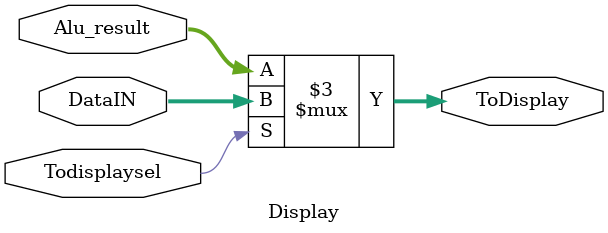
<source format=sv>
`timescale 1ns / 1ps

module Display(
    input logic [15:0] Alu_result,
    input logic [15:0] DataIN,
    input logic Todisplaysel,
    output logic [15:0] ToDisplay    
    );
    
    always_comb 
        if (Todisplaysel)
            ToDisplay = DataIN;
        else 
            ToDisplay = Alu_result;
endmodule 


</source>
